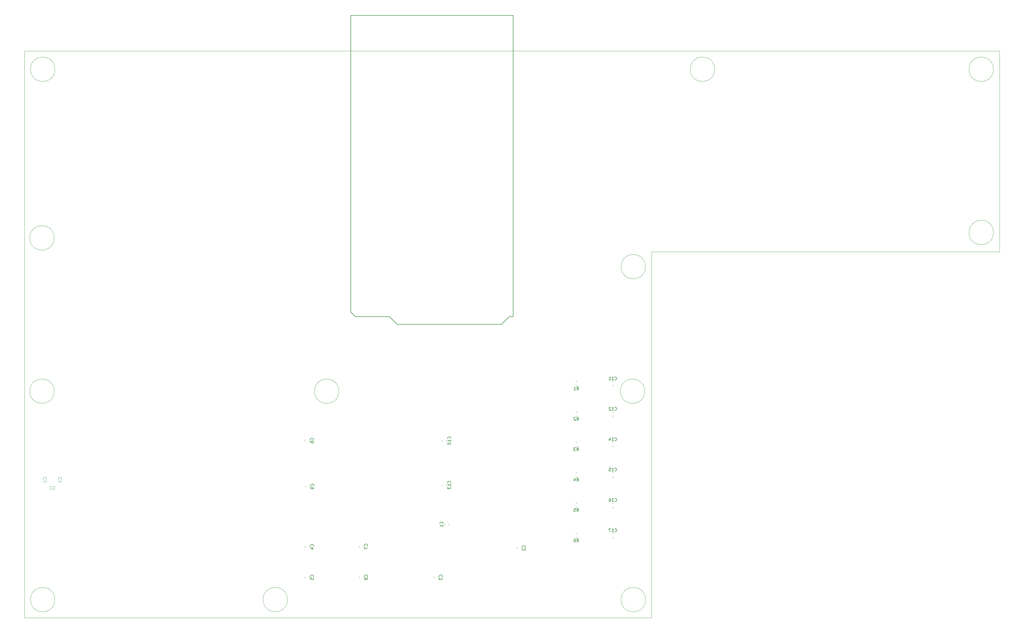
<source format=gbr>
G04 #@! TF.GenerationSoftware,KiCad,Pcbnew,(5.1.5-0)*
G04 #@! TF.CreationDate,2020-03-21T20:29:53+01:00*
G04 #@! TF.ProjectId,saufanlage,73617566-616e-46c6-9167-652e6b696361,v0.1*
G04 #@! TF.SameCoordinates,Original*
G04 #@! TF.FileFunction,Legend,Bot*
G04 #@! TF.FilePolarity,Positive*
%FSLAX46Y46*%
G04 Gerber Fmt 4.6, Leading zero omitted, Abs format (unit mm)*
G04 Created by KiCad (PCBNEW (5.1.5-0)) date 2020-03-21 20:29:53*
%MOMM*%
%LPD*%
G04 APERTURE LIST*
%ADD10C,0.120000*%
%ADD11C,0.050000*%
%ADD12C,0.150000*%
%ADD13C,0.100000*%
G04 APERTURE END LIST*
D10*
X23970000Y-102108000D02*
G75*
G03X23970000Y-102108000I-4000000J0D01*
G01*
X240951000Y-46640000D02*
G75*
G03X240951000Y-46640000I-4000000J0D01*
G01*
X117507000Y-152527000D02*
G75*
G03X117507000Y-152527000I-4000000J0D01*
G01*
X100616000Y-221076000D02*
G75*
G03X100616000Y-221076000I-4000000J0D01*
G01*
X217964000Y-152527000D02*
G75*
G03X217964000Y-152527000I-4000000J0D01*
G01*
X23970000Y-152527000D02*
G75*
G03X23970000Y-152527000I-4000000J0D01*
G01*
X332518000Y-100330000D02*
G75*
G03X332518000Y-100330000I-4000000J0D01*
G01*
X218218000Y-111570000D02*
G75*
G03X218218000Y-111570000I-4000000J0D01*
G01*
X332518000Y-46640000D02*
G75*
G03X332518000Y-46640000I-4000000J0D01*
G01*
X218218000Y-221076000D02*
G75*
G03X218218000Y-221076000I-4000000J0D01*
G01*
X24224000Y-221076000D02*
G75*
G03X24224000Y-221076000I-4000000J0D01*
G01*
X24224000Y-46640000D02*
G75*
G03X24224000Y-46640000I-4000000J0D01*
G01*
D11*
X155956000Y-40640000D02*
X334518000Y-40640000D01*
X334518000Y-106680000D02*
X334518000Y-40640000D01*
X220218000Y-106680000D02*
X334518000Y-106680000D01*
X220218000Y-227076000D02*
X220218000Y-106680000D01*
X14224000Y-227076000D02*
X220218000Y-227076000D01*
X14224000Y-40640000D02*
X14224000Y-227076000D01*
X155956000Y-40640000D02*
X14224000Y-40640000D01*
D12*
X121410000Y-28920000D02*
X174750000Y-28920000D01*
X134110000Y-127980000D02*
X122934000Y-127980000D01*
X136650000Y-130520000D02*
X134110000Y-127980000D01*
X170940000Y-130520000D02*
X136650000Y-130520000D01*
X173480000Y-127980000D02*
X170940000Y-130520000D01*
X174750000Y-127980000D02*
X173480000Y-127980000D01*
X121410000Y-126456000D02*
X122934000Y-127980000D01*
X174750000Y-28920000D02*
X174750000Y-127980000D01*
X121410000Y-28920000D02*
X121410000Y-126456000D01*
D13*
X26308000Y-182360000D02*
X25508000Y-182360000D01*
X25508000Y-182360000D02*
X25508000Y-180860000D01*
X25508000Y-180860000D02*
X26308000Y-180860000D01*
X26308000Y-180860000D02*
X26308000Y-182360000D01*
X24158000Y-183910000D02*
X24158000Y-184710000D01*
X24158000Y-184710000D02*
X22658000Y-184710000D01*
X22658000Y-184710000D02*
X22658000Y-183910000D01*
X22658000Y-183910000D02*
X24158000Y-183910000D01*
X21308000Y-182360000D02*
X20508000Y-182360000D01*
X20508000Y-182360000D02*
X20508000Y-180860000D01*
X20508000Y-180860000D02*
X21308000Y-180860000D01*
X21308000Y-180860000D02*
X21308000Y-182360000D01*
D10*
X195214748Y-149290000D02*
X195737252Y-149290000D01*
X195214748Y-150710000D02*
X195737252Y-150710000D01*
X195214748Y-160710000D02*
X195737252Y-160710000D01*
X195214748Y-159290000D02*
X195737252Y-159290000D01*
X195214748Y-170710000D02*
X195737252Y-170710000D01*
X195214748Y-169290000D02*
X195737252Y-169290000D01*
X195214748Y-179290000D02*
X195737252Y-179290000D01*
X195214748Y-180710000D02*
X195737252Y-180710000D01*
X195214748Y-189290000D02*
X195737252Y-189290000D01*
X195214748Y-190710000D02*
X195737252Y-190710000D01*
X195214748Y-200710000D02*
X195737252Y-200710000D01*
X195214748Y-199290000D02*
X195737252Y-199290000D01*
X207761252Y-150710000D02*
X207238748Y-150710000D01*
X207761252Y-149290000D02*
X207238748Y-149290000D01*
X207761252Y-159290000D02*
X207238748Y-159290000D01*
X207761252Y-160710000D02*
X207238748Y-160710000D01*
X207761252Y-169290000D02*
X207238748Y-169290000D01*
X207761252Y-170710000D02*
X207238748Y-170710000D01*
X207761252Y-180710000D02*
X207238748Y-180710000D01*
X207761252Y-179290000D02*
X207238748Y-179290000D01*
X207761252Y-190710000D02*
X207238748Y-190710000D01*
X207761252Y-189290000D02*
X207238748Y-189290000D01*
X207761252Y-199290000D02*
X207238748Y-199290000D01*
X207761252Y-200710000D02*
X207238748Y-200710000D01*
X152198000Y-196080748D02*
X152198000Y-196603252D01*
X153618000Y-196080748D02*
X153618000Y-196603252D01*
X175947000Y-204359252D02*
X175947000Y-203836748D01*
X177367000Y-204359252D02*
X177367000Y-203836748D01*
X150062000Y-214011252D02*
X150062000Y-213488748D01*
X148642000Y-214011252D02*
X148642000Y-213488748D01*
X107771000Y-203978252D02*
X107771000Y-203455748D01*
X106351000Y-203978252D02*
X106351000Y-203455748D01*
X106351000Y-214011252D02*
X106351000Y-213488748D01*
X107771000Y-214011252D02*
X107771000Y-213488748D01*
X106351000Y-169044252D02*
X106351000Y-168521748D01*
X107771000Y-169044252D02*
X107771000Y-168521748D01*
X125551000Y-203851252D02*
X125551000Y-203328748D01*
X124131000Y-203851252D02*
X124131000Y-203328748D01*
X124131000Y-214011252D02*
X124131000Y-213488748D01*
X125551000Y-214011252D02*
X125551000Y-213488748D01*
X107898000Y-184157252D02*
X107898000Y-183634748D01*
X106478000Y-184157252D02*
X106478000Y-183634748D01*
X151436000Y-169044252D02*
X151436000Y-168521748D01*
X152856000Y-169044252D02*
X152856000Y-168521748D01*
X152856000Y-183649252D02*
X152856000Y-183126748D01*
X151436000Y-183649252D02*
X151436000Y-183126748D01*
D12*
X195642666Y-152102380D02*
X195976000Y-151626190D01*
X196214095Y-152102380D02*
X196214095Y-151102380D01*
X195833142Y-151102380D01*
X195737904Y-151150000D01*
X195690285Y-151197619D01*
X195642666Y-151292857D01*
X195642666Y-151435714D01*
X195690285Y-151530952D01*
X195737904Y-151578571D01*
X195833142Y-151626190D01*
X196214095Y-151626190D01*
X194690285Y-152102380D02*
X195261714Y-152102380D01*
X194976000Y-152102380D02*
X194976000Y-151102380D01*
X195071238Y-151245238D01*
X195166476Y-151340476D01*
X195261714Y-151388095D01*
X195642666Y-162102380D02*
X195976000Y-161626190D01*
X196214095Y-162102380D02*
X196214095Y-161102380D01*
X195833142Y-161102380D01*
X195737904Y-161150000D01*
X195690285Y-161197619D01*
X195642666Y-161292857D01*
X195642666Y-161435714D01*
X195690285Y-161530952D01*
X195737904Y-161578571D01*
X195833142Y-161626190D01*
X196214095Y-161626190D01*
X195261714Y-161197619D02*
X195214095Y-161150000D01*
X195118857Y-161102380D01*
X194880761Y-161102380D01*
X194785523Y-161150000D01*
X194737904Y-161197619D01*
X194690285Y-161292857D01*
X194690285Y-161388095D01*
X194737904Y-161530952D01*
X195309333Y-162102380D01*
X194690285Y-162102380D01*
X195642666Y-172102380D02*
X195976000Y-171626190D01*
X196214095Y-172102380D02*
X196214095Y-171102380D01*
X195833142Y-171102380D01*
X195737904Y-171150000D01*
X195690285Y-171197619D01*
X195642666Y-171292857D01*
X195642666Y-171435714D01*
X195690285Y-171530952D01*
X195737904Y-171578571D01*
X195833142Y-171626190D01*
X196214095Y-171626190D01*
X195309333Y-171102380D02*
X194690285Y-171102380D01*
X195023619Y-171483333D01*
X194880761Y-171483333D01*
X194785523Y-171530952D01*
X194737904Y-171578571D01*
X194690285Y-171673809D01*
X194690285Y-171911904D01*
X194737904Y-172007142D01*
X194785523Y-172054761D01*
X194880761Y-172102380D01*
X195166476Y-172102380D01*
X195261714Y-172054761D01*
X195309333Y-172007142D01*
X195642666Y-182102380D02*
X195976000Y-181626190D01*
X196214095Y-182102380D02*
X196214095Y-181102380D01*
X195833142Y-181102380D01*
X195737904Y-181150000D01*
X195690285Y-181197619D01*
X195642666Y-181292857D01*
X195642666Y-181435714D01*
X195690285Y-181530952D01*
X195737904Y-181578571D01*
X195833142Y-181626190D01*
X196214095Y-181626190D01*
X194785523Y-181435714D02*
X194785523Y-182102380D01*
X195023619Y-181054761D02*
X195261714Y-181769047D01*
X194642666Y-181769047D01*
X195642666Y-192102380D02*
X195976000Y-191626190D01*
X196214095Y-192102380D02*
X196214095Y-191102380D01*
X195833142Y-191102380D01*
X195737904Y-191150000D01*
X195690285Y-191197619D01*
X195642666Y-191292857D01*
X195642666Y-191435714D01*
X195690285Y-191530952D01*
X195737904Y-191578571D01*
X195833142Y-191626190D01*
X196214095Y-191626190D01*
X194737904Y-191102380D02*
X195214095Y-191102380D01*
X195261714Y-191578571D01*
X195214095Y-191530952D01*
X195118857Y-191483333D01*
X194880761Y-191483333D01*
X194785523Y-191530952D01*
X194737904Y-191578571D01*
X194690285Y-191673809D01*
X194690285Y-191911904D01*
X194737904Y-192007142D01*
X194785523Y-192054761D01*
X194880761Y-192102380D01*
X195118857Y-192102380D01*
X195214095Y-192054761D01*
X195261714Y-192007142D01*
X195642666Y-202102380D02*
X195976000Y-201626190D01*
X196214095Y-202102380D02*
X196214095Y-201102380D01*
X195833142Y-201102380D01*
X195737904Y-201150000D01*
X195690285Y-201197619D01*
X195642666Y-201292857D01*
X195642666Y-201435714D01*
X195690285Y-201530952D01*
X195737904Y-201578571D01*
X195833142Y-201626190D01*
X196214095Y-201626190D01*
X194785523Y-201102380D02*
X194976000Y-201102380D01*
X195071238Y-201150000D01*
X195118857Y-201197619D01*
X195214095Y-201340476D01*
X195261714Y-201530952D01*
X195261714Y-201911904D01*
X195214095Y-202007142D01*
X195166476Y-202054761D01*
X195071238Y-202102380D01*
X194880761Y-202102380D01*
X194785523Y-202054761D01*
X194737904Y-202007142D01*
X194690285Y-201911904D01*
X194690285Y-201673809D01*
X194737904Y-201578571D01*
X194785523Y-201530952D01*
X194880761Y-201483333D01*
X195071238Y-201483333D01*
X195166476Y-201530952D01*
X195214095Y-201578571D01*
X195261714Y-201673809D01*
X208142857Y-148707142D02*
X208190476Y-148754761D01*
X208333333Y-148802380D01*
X208428571Y-148802380D01*
X208571428Y-148754761D01*
X208666666Y-148659523D01*
X208714285Y-148564285D01*
X208761904Y-148373809D01*
X208761904Y-148230952D01*
X208714285Y-148040476D01*
X208666666Y-147945238D01*
X208571428Y-147850000D01*
X208428571Y-147802380D01*
X208333333Y-147802380D01*
X208190476Y-147850000D01*
X208142857Y-147897619D01*
X207190476Y-148802380D02*
X207761904Y-148802380D01*
X207476190Y-148802380D02*
X207476190Y-147802380D01*
X207571428Y-147945238D01*
X207666666Y-148040476D01*
X207761904Y-148088095D01*
X206238095Y-148802380D02*
X206809523Y-148802380D01*
X206523809Y-148802380D02*
X206523809Y-147802380D01*
X206619047Y-147945238D01*
X206714285Y-148040476D01*
X206809523Y-148088095D01*
X208142857Y-158707142D02*
X208190476Y-158754761D01*
X208333333Y-158802380D01*
X208428571Y-158802380D01*
X208571428Y-158754761D01*
X208666666Y-158659523D01*
X208714285Y-158564285D01*
X208761904Y-158373809D01*
X208761904Y-158230952D01*
X208714285Y-158040476D01*
X208666666Y-157945238D01*
X208571428Y-157850000D01*
X208428571Y-157802380D01*
X208333333Y-157802380D01*
X208190476Y-157850000D01*
X208142857Y-157897619D01*
X207190476Y-158802380D02*
X207761904Y-158802380D01*
X207476190Y-158802380D02*
X207476190Y-157802380D01*
X207571428Y-157945238D01*
X207666666Y-158040476D01*
X207761904Y-158088095D01*
X206809523Y-157897619D02*
X206761904Y-157850000D01*
X206666666Y-157802380D01*
X206428571Y-157802380D01*
X206333333Y-157850000D01*
X206285714Y-157897619D01*
X206238095Y-157992857D01*
X206238095Y-158088095D01*
X206285714Y-158230952D01*
X206857142Y-158802380D01*
X206238095Y-158802380D01*
X208142857Y-168707142D02*
X208190476Y-168754761D01*
X208333333Y-168802380D01*
X208428571Y-168802380D01*
X208571428Y-168754761D01*
X208666666Y-168659523D01*
X208714285Y-168564285D01*
X208761904Y-168373809D01*
X208761904Y-168230952D01*
X208714285Y-168040476D01*
X208666666Y-167945238D01*
X208571428Y-167850000D01*
X208428571Y-167802380D01*
X208333333Y-167802380D01*
X208190476Y-167850000D01*
X208142857Y-167897619D01*
X207190476Y-168802380D02*
X207761904Y-168802380D01*
X207476190Y-168802380D02*
X207476190Y-167802380D01*
X207571428Y-167945238D01*
X207666666Y-168040476D01*
X207761904Y-168088095D01*
X206333333Y-168135714D02*
X206333333Y-168802380D01*
X206571428Y-167754761D02*
X206809523Y-168469047D01*
X206190476Y-168469047D01*
X208142857Y-178707142D02*
X208190476Y-178754761D01*
X208333333Y-178802380D01*
X208428571Y-178802380D01*
X208571428Y-178754761D01*
X208666666Y-178659523D01*
X208714285Y-178564285D01*
X208761904Y-178373809D01*
X208761904Y-178230952D01*
X208714285Y-178040476D01*
X208666666Y-177945238D01*
X208571428Y-177850000D01*
X208428571Y-177802380D01*
X208333333Y-177802380D01*
X208190476Y-177850000D01*
X208142857Y-177897619D01*
X207190476Y-178802380D02*
X207761904Y-178802380D01*
X207476190Y-178802380D02*
X207476190Y-177802380D01*
X207571428Y-177945238D01*
X207666666Y-178040476D01*
X207761904Y-178088095D01*
X206285714Y-177802380D02*
X206761904Y-177802380D01*
X206809523Y-178278571D01*
X206761904Y-178230952D01*
X206666666Y-178183333D01*
X206428571Y-178183333D01*
X206333333Y-178230952D01*
X206285714Y-178278571D01*
X206238095Y-178373809D01*
X206238095Y-178611904D01*
X206285714Y-178707142D01*
X206333333Y-178754761D01*
X206428571Y-178802380D01*
X206666666Y-178802380D01*
X206761904Y-178754761D01*
X206809523Y-178707142D01*
X208142857Y-188707142D02*
X208190476Y-188754761D01*
X208333333Y-188802380D01*
X208428571Y-188802380D01*
X208571428Y-188754761D01*
X208666666Y-188659523D01*
X208714285Y-188564285D01*
X208761904Y-188373809D01*
X208761904Y-188230952D01*
X208714285Y-188040476D01*
X208666666Y-187945238D01*
X208571428Y-187850000D01*
X208428571Y-187802380D01*
X208333333Y-187802380D01*
X208190476Y-187850000D01*
X208142857Y-187897619D01*
X207190476Y-188802380D02*
X207761904Y-188802380D01*
X207476190Y-188802380D02*
X207476190Y-187802380D01*
X207571428Y-187945238D01*
X207666666Y-188040476D01*
X207761904Y-188088095D01*
X206333333Y-187802380D02*
X206523809Y-187802380D01*
X206619047Y-187850000D01*
X206666666Y-187897619D01*
X206761904Y-188040476D01*
X206809523Y-188230952D01*
X206809523Y-188611904D01*
X206761904Y-188707142D01*
X206714285Y-188754761D01*
X206619047Y-188802380D01*
X206428571Y-188802380D01*
X206333333Y-188754761D01*
X206285714Y-188707142D01*
X206238095Y-188611904D01*
X206238095Y-188373809D01*
X206285714Y-188278571D01*
X206333333Y-188230952D01*
X206428571Y-188183333D01*
X206619047Y-188183333D01*
X206714285Y-188230952D01*
X206761904Y-188278571D01*
X206809523Y-188373809D01*
X208142857Y-198707142D02*
X208190476Y-198754761D01*
X208333333Y-198802380D01*
X208428571Y-198802380D01*
X208571428Y-198754761D01*
X208666666Y-198659523D01*
X208714285Y-198564285D01*
X208761904Y-198373809D01*
X208761904Y-198230952D01*
X208714285Y-198040476D01*
X208666666Y-197945238D01*
X208571428Y-197850000D01*
X208428571Y-197802380D01*
X208333333Y-197802380D01*
X208190476Y-197850000D01*
X208142857Y-197897619D01*
X207190476Y-198802380D02*
X207761904Y-198802380D01*
X207476190Y-198802380D02*
X207476190Y-197802380D01*
X207571428Y-197945238D01*
X207666666Y-198040476D01*
X207761904Y-198088095D01*
X206857142Y-197802380D02*
X206190476Y-197802380D01*
X206619047Y-198802380D01*
X151615142Y-196175333D02*
X151662761Y-196127714D01*
X151710380Y-195984857D01*
X151710380Y-195889619D01*
X151662761Y-195746761D01*
X151567523Y-195651523D01*
X151472285Y-195603904D01*
X151281809Y-195556285D01*
X151138952Y-195556285D01*
X150948476Y-195603904D01*
X150853238Y-195651523D01*
X150758000Y-195746761D01*
X150710380Y-195889619D01*
X150710380Y-195984857D01*
X150758000Y-196127714D01*
X150805619Y-196175333D01*
X151710380Y-197127714D02*
X151710380Y-196556285D01*
X151710380Y-196842000D02*
X150710380Y-196842000D01*
X150853238Y-196746761D01*
X150948476Y-196651523D01*
X150996095Y-196556285D01*
X178664142Y-203931333D02*
X178711761Y-203883714D01*
X178759380Y-203740857D01*
X178759380Y-203645619D01*
X178711761Y-203502761D01*
X178616523Y-203407523D01*
X178521285Y-203359904D01*
X178330809Y-203312285D01*
X178187952Y-203312285D01*
X177997476Y-203359904D01*
X177902238Y-203407523D01*
X177807000Y-203502761D01*
X177759380Y-203645619D01*
X177759380Y-203740857D01*
X177807000Y-203883714D01*
X177854619Y-203931333D01*
X177854619Y-204312285D02*
X177807000Y-204359904D01*
X177759380Y-204455142D01*
X177759380Y-204693238D01*
X177807000Y-204788476D01*
X177854619Y-204836095D01*
X177949857Y-204883714D01*
X178045095Y-204883714D01*
X178187952Y-204836095D01*
X178759380Y-204264666D01*
X178759380Y-204883714D01*
X151359142Y-213583333D02*
X151406761Y-213535714D01*
X151454380Y-213392857D01*
X151454380Y-213297619D01*
X151406761Y-213154761D01*
X151311523Y-213059523D01*
X151216285Y-213011904D01*
X151025809Y-212964285D01*
X150882952Y-212964285D01*
X150692476Y-213011904D01*
X150597238Y-213059523D01*
X150502000Y-213154761D01*
X150454380Y-213297619D01*
X150454380Y-213392857D01*
X150502000Y-213535714D01*
X150549619Y-213583333D01*
X150454380Y-213916666D02*
X150454380Y-214535714D01*
X150835333Y-214202380D01*
X150835333Y-214345238D01*
X150882952Y-214440476D01*
X150930571Y-214488095D01*
X151025809Y-214535714D01*
X151263904Y-214535714D01*
X151359142Y-214488095D01*
X151406761Y-214440476D01*
X151454380Y-214345238D01*
X151454380Y-214059523D01*
X151406761Y-213964285D01*
X151359142Y-213916666D01*
X109068142Y-203550333D02*
X109115761Y-203502714D01*
X109163380Y-203359857D01*
X109163380Y-203264619D01*
X109115761Y-203121761D01*
X109020523Y-203026523D01*
X108925285Y-202978904D01*
X108734809Y-202931285D01*
X108591952Y-202931285D01*
X108401476Y-202978904D01*
X108306238Y-203026523D01*
X108211000Y-203121761D01*
X108163380Y-203264619D01*
X108163380Y-203359857D01*
X108211000Y-203502714D01*
X108258619Y-203550333D01*
X108496714Y-204407476D02*
X109163380Y-204407476D01*
X108115761Y-204169380D02*
X108830047Y-203931285D01*
X108830047Y-204550333D01*
X109068142Y-213583333D02*
X109115761Y-213535714D01*
X109163380Y-213392857D01*
X109163380Y-213297619D01*
X109115761Y-213154761D01*
X109020523Y-213059523D01*
X108925285Y-213011904D01*
X108734809Y-212964285D01*
X108591952Y-212964285D01*
X108401476Y-213011904D01*
X108306238Y-213059523D01*
X108211000Y-213154761D01*
X108163380Y-213297619D01*
X108163380Y-213392857D01*
X108211000Y-213535714D01*
X108258619Y-213583333D01*
X108163380Y-214488095D02*
X108163380Y-214011904D01*
X108639571Y-213964285D01*
X108591952Y-214011904D01*
X108544333Y-214107142D01*
X108544333Y-214345238D01*
X108591952Y-214440476D01*
X108639571Y-214488095D01*
X108734809Y-214535714D01*
X108972904Y-214535714D01*
X109068142Y-214488095D01*
X109115761Y-214440476D01*
X109163380Y-214345238D01*
X109163380Y-214107142D01*
X109115761Y-214011904D01*
X109068142Y-213964285D01*
X109068142Y-168616333D02*
X109115761Y-168568714D01*
X109163380Y-168425857D01*
X109163380Y-168330619D01*
X109115761Y-168187761D01*
X109020523Y-168092523D01*
X108925285Y-168044904D01*
X108734809Y-167997285D01*
X108591952Y-167997285D01*
X108401476Y-168044904D01*
X108306238Y-168092523D01*
X108211000Y-168187761D01*
X108163380Y-168330619D01*
X108163380Y-168425857D01*
X108211000Y-168568714D01*
X108258619Y-168616333D01*
X108163380Y-169473476D02*
X108163380Y-169283000D01*
X108211000Y-169187761D01*
X108258619Y-169140142D01*
X108401476Y-169044904D01*
X108591952Y-168997285D01*
X108972904Y-168997285D01*
X109068142Y-169044904D01*
X109115761Y-169092523D01*
X109163380Y-169187761D01*
X109163380Y-169378238D01*
X109115761Y-169473476D01*
X109068142Y-169521095D01*
X108972904Y-169568714D01*
X108734809Y-169568714D01*
X108639571Y-169521095D01*
X108591952Y-169473476D01*
X108544333Y-169378238D01*
X108544333Y-169187761D01*
X108591952Y-169092523D01*
X108639571Y-169044904D01*
X108734809Y-168997285D01*
X126848142Y-203423333D02*
X126895761Y-203375714D01*
X126943380Y-203232857D01*
X126943380Y-203137619D01*
X126895761Y-202994761D01*
X126800523Y-202899523D01*
X126705285Y-202851904D01*
X126514809Y-202804285D01*
X126371952Y-202804285D01*
X126181476Y-202851904D01*
X126086238Y-202899523D01*
X125991000Y-202994761D01*
X125943380Y-203137619D01*
X125943380Y-203232857D01*
X125991000Y-203375714D01*
X126038619Y-203423333D01*
X125943380Y-203756666D02*
X125943380Y-204423333D01*
X126943380Y-203994761D01*
X126848142Y-213583333D02*
X126895761Y-213535714D01*
X126943380Y-213392857D01*
X126943380Y-213297619D01*
X126895761Y-213154761D01*
X126800523Y-213059523D01*
X126705285Y-213011904D01*
X126514809Y-212964285D01*
X126371952Y-212964285D01*
X126181476Y-213011904D01*
X126086238Y-213059523D01*
X125991000Y-213154761D01*
X125943380Y-213297619D01*
X125943380Y-213392857D01*
X125991000Y-213535714D01*
X126038619Y-213583333D01*
X126371952Y-214154761D02*
X126324333Y-214059523D01*
X126276714Y-214011904D01*
X126181476Y-213964285D01*
X126133857Y-213964285D01*
X126038619Y-214011904D01*
X125991000Y-214059523D01*
X125943380Y-214154761D01*
X125943380Y-214345238D01*
X125991000Y-214440476D01*
X126038619Y-214488095D01*
X126133857Y-214535714D01*
X126181476Y-214535714D01*
X126276714Y-214488095D01*
X126324333Y-214440476D01*
X126371952Y-214345238D01*
X126371952Y-214154761D01*
X126419571Y-214059523D01*
X126467190Y-214011904D01*
X126562428Y-213964285D01*
X126752904Y-213964285D01*
X126848142Y-214011904D01*
X126895761Y-214059523D01*
X126943380Y-214154761D01*
X126943380Y-214345238D01*
X126895761Y-214440476D01*
X126848142Y-214488095D01*
X126752904Y-214535714D01*
X126562428Y-214535714D01*
X126467190Y-214488095D01*
X126419571Y-214440476D01*
X126371952Y-214345238D01*
X109195142Y-183729333D02*
X109242761Y-183681714D01*
X109290380Y-183538857D01*
X109290380Y-183443619D01*
X109242761Y-183300761D01*
X109147523Y-183205523D01*
X109052285Y-183157904D01*
X108861809Y-183110285D01*
X108718952Y-183110285D01*
X108528476Y-183157904D01*
X108433238Y-183205523D01*
X108338000Y-183300761D01*
X108290380Y-183443619D01*
X108290380Y-183538857D01*
X108338000Y-183681714D01*
X108385619Y-183729333D01*
X109290380Y-184205523D02*
X109290380Y-184396000D01*
X109242761Y-184491238D01*
X109195142Y-184538857D01*
X109052285Y-184634095D01*
X108861809Y-184681714D01*
X108480857Y-184681714D01*
X108385619Y-184634095D01*
X108338000Y-184586476D01*
X108290380Y-184491238D01*
X108290380Y-184300761D01*
X108338000Y-184205523D01*
X108385619Y-184157904D01*
X108480857Y-184110285D01*
X108718952Y-184110285D01*
X108814190Y-184157904D01*
X108861809Y-184205523D01*
X108909428Y-184300761D01*
X108909428Y-184491238D01*
X108861809Y-184586476D01*
X108814190Y-184634095D01*
X108718952Y-184681714D01*
X154153142Y-168140142D02*
X154200761Y-168092523D01*
X154248380Y-167949666D01*
X154248380Y-167854428D01*
X154200761Y-167711571D01*
X154105523Y-167616333D01*
X154010285Y-167568714D01*
X153819809Y-167521095D01*
X153676952Y-167521095D01*
X153486476Y-167568714D01*
X153391238Y-167616333D01*
X153296000Y-167711571D01*
X153248380Y-167854428D01*
X153248380Y-167949666D01*
X153296000Y-168092523D01*
X153343619Y-168140142D01*
X154248380Y-169092523D02*
X154248380Y-168521095D01*
X154248380Y-168806809D02*
X153248380Y-168806809D01*
X153391238Y-168711571D01*
X153486476Y-168616333D01*
X153534095Y-168521095D01*
X153248380Y-169711571D02*
X153248380Y-169806809D01*
X153296000Y-169902047D01*
X153343619Y-169949666D01*
X153438857Y-169997285D01*
X153629333Y-170044904D01*
X153867428Y-170044904D01*
X154057904Y-169997285D01*
X154153142Y-169949666D01*
X154200761Y-169902047D01*
X154248380Y-169806809D01*
X154248380Y-169711571D01*
X154200761Y-169616333D01*
X154153142Y-169568714D01*
X154057904Y-169521095D01*
X153867428Y-169473476D01*
X153629333Y-169473476D01*
X153438857Y-169521095D01*
X153343619Y-169568714D01*
X153296000Y-169616333D01*
X153248380Y-169711571D01*
X154153142Y-182745142D02*
X154200761Y-182697523D01*
X154248380Y-182554666D01*
X154248380Y-182459428D01*
X154200761Y-182316571D01*
X154105523Y-182221333D01*
X154010285Y-182173714D01*
X153819809Y-182126095D01*
X153676952Y-182126095D01*
X153486476Y-182173714D01*
X153391238Y-182221333D01*
X153296000Y-182316571D01*
X153248380Y-182459428D01*
X153248380Y-182554666D01*
X153296000Y-182697523D01*
X153343619Y-182745142D01*
X154248380Y-183697523D02*
X154248380Y-183126095D01*
X154248380Y-183411809D02*
X153248380Y-183411809D01*
X153391238Y-183316571D01*
X153486476Y-183221333D01*
X153534095Y-183126095D01*
X153248380Y-184030857D02*
X153248380Y-184649904D01*
X153629333Y-184316571D01*
X153629333Y-184459428D01*
X153676952Y-184554666D01*
X153724571Y-184602285D01*
X153819809Y-184649904D01*
X154057904Y-184649904D01*
X154153142Y-184602285D01*
X154200761Y-184554666D01*
X154248380Y-184459428D01*
X154248380Y-184173714D01*
X154200761Y-184078476D01*
X154153142Y-184030857D01*
M02*

</source>
